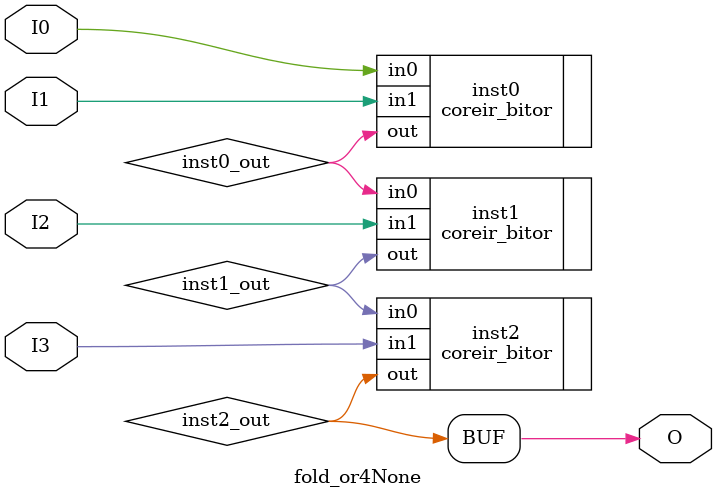
<source format=v>
module fold_or4None (input  I0, input  I1, input  I2, input  I3, output  O);
wire  inst0_out;
wire  inst1_out;
wire  inst2_out;
coreir_bitor inst0 (.in0(I0), .in1(I1), .out(inst0_out));
coreir_bitor inst1 (.in0(inst0_out), .in1(I2), .out(inst1_out));
coreir_bitor inst2 (.in0(inst1_out), .in1(I3), .out(inst2_out));
assign O = inst2_out;
endmodule


</source>
